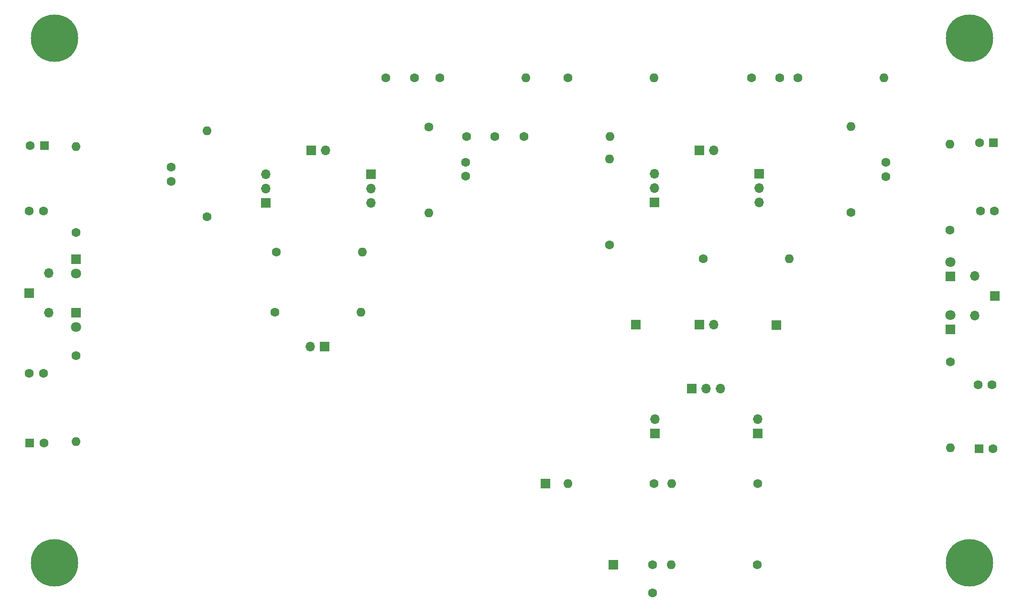
<source format=gbr>
%TF.GenerationSoftware,KiCad,Pcbnew,7.0.9*%
%TF.CreationDate,2024-02-16T00:25:04-03:00*%
%TF.ProjectId,main-board,6d61696e-2d62-46f6-9172-642e6b696361,0.1*%
%TF.SameCoordinates,Original*%
%TF.FileFunction,Soldermask,Bot*%
%TF.FilePolarity,Negative*%
%FSLAX46Y46*%
G04 Gerber Fmt 4.6, Leading zero omitted, Abs format (unit mm)*
G04 Created by KiCad (PCBNEW 7.0.9) date 2024-02-16 00:25:04*
%MOMM*%
%LPD*%
G01*
G04 APERTURE LIST*
%ADD10C,1.600000*%
%ADD11O,1.600000X1.600000*%
%ADD12R,1.800000X1.800000*%
%ADD13C,1.800000*%
%ADD14R,1.700000X1.700000*%
%ADD15O,1.700000X1.700000*%
%ADD16R,1.600000X1.600000*%
%ADD17C,8.400000*%
G04 APERTURE END LIST*
D10*
%TO.C,R2*%
X159900000Y-59000000D03*
D11*
X175140000Y-59000000D03*
%TD*%
D10*
%TO.C,C15*%
X232950000Y-82600000D03*
X235450000Y-82600000D03*
%TD*%
D12*
%TO.C,D4*%
X227632500Y-94180000D03*
D13*
X227632500Y-91640000D03*
%TD*%
D10*
%TO.C,C13*%
X232550000Y-113400000D03*
X235050000Y-113400000D03*
%TD*%
D12*
%TO.C,D1*%
X72800000Y-100620000D03*
D13*
X72800000Y-103160000D03*
%TD*%
D14*
%TO.C,SW1*%
X183225000Y-102800000D03*
D15*
X185765000Y-102800000D03*
%TD*%
D10*
%TO.C,C4*%
X192450000Y-59000000D03*
X197450000Y-59000000D03*
%TD*%
%TO.C,R4*%
X200650000Y-59000000D03*
D11*
X215890000Y-59000000D03*
%TD*%
D10*
%TO.C,R10*%
X152100000Y-69400000D03*
D11*
X167340000Y-69400000D03*
%TD*%
D10*
%TO.C,C1*%
X89675000Y-77350000D03*
X89675000Y-74850000D03*
%TD*%
D14*
%TO.C,U1*%
X106395000Y-81175000D03*
D15*
X106395000Y-78635000D03*
X106395000Y-76095000D03*
D14*
X114430000Y-71895000D03*
D15*
X116965000Y-71895000D03*
D14*
X124995000Y-76095000D03*
D15*
X124995000Y-78635000D03*
X124995000Y-81175000D03*
%TD*%
D16*
%TO.C,C14*%
X232717621Y-124800000D03*
D10*
X235217621Y-124800000D03*
%TD*%
D17*
%TO.C,H4*%
X69000000Y-52000000D03*
%TD*%
D10*
%TO.C,R8*%
X193470000Y-145350000D03*
D11*
X178230000Y-145350000D03*
%TD*%
D10*
%TO.C,C8*%
X141925000Y-69405000D03*
X146925000Y-69405000D03*
%TD*%
%TO.C,R11*%
X175120000Y-131000000D03*
D11*
X159880000Y-131000000D03*
%TD*%
D10*
%TO.C,R13*%
X167300000Y-88600000D03*
D11*
X167300000Y-73360000D03*
%TD*%
D14*
%TO.C,J5*%
X155900000Y-131000000D03*
%TD*%
D10*
%TO.C,R16*%
X72800000Y-86400000D03*
D11*
X72800000Y-71160000D03*
%TD*%
D12*
%TO.C,D3*%
X227632500Y-103640000D03*
D13*
X227632500Y-101100000D03*
%TD*%
D10*
%TO.C,C6*%
X174900000Y-145350000D03*
X174900000Y-150350000D03*
%TD*%
%TO.C,R18*%
X227600000Y-86000000D03*
D11*
X227600000Y-70760000D03*
%TD*%
D12*
%TO.C,D2*%
X72800000Y-91160000D03*
D13*
X72800000Y-93700000D03*
%TD*%
D10*
%TO.C,R5*%
X210000000Y-82870000D03*
D11*
X210000000Y-67630000D03*
%TD*%
D14*
%TO.C,C5*%
X116800000Y-106625000D03*
D15*
X114260000Y-106625000D03*
%TD*%
D14*
%TO.C,J3*%
X168000000Y-145350000D03*
%TD*%
D15*
%TO.C,J4*%
X68000000Y-100660000D03*
D14*
X64500000Y-97160000D03*
D15*
X68000000Y-93660000D03*
%TD*%
D16*
%TO.C,C10*%
X64600000Y-123800000D03*
D10*
X67100000Y-123800000D03*
%TD*%
%TO.C,C2*%
X127700000Y-59000000D03*
X132700000Y-59000000D03*
%TD*%
%TO.C,R6*%
X107980000Y-100600000D03*
D11*
X123220000Y-100600000D03*
%TD*%
D14*
%TO.C,U3*%
X175300000Y-122040000D03*
D15*
X175300000Y-119500000D03*
D14*
X181845000Y-114100000D03*
D15*
X184385000Y-114100000D03*
X186925000Y-114100000D03*
X193500000Y-119500000D03*
D14*
X193500000Y-122040000D03*
%TD*%
D10*
%TO.C,R7*%
X108280000Y-89900000D03*
D11*
X123520000Y-89900000D03*
%TD*%
D15*
%TO.C,J6*%
X232000000Y-94165000D03*
D14*
X235500000Y-97665000D03*
D15*
X232000000Y-101165000D03*
%TD*%
D10*
%TO.C,R14*%
X183900000Y-91100000D03*
D11*
X199140000Y-91100000D03*
%TD*%
D10*
%TO.C,R1*%
X137240000Y-59000000D03*
D11*
X152480000Y-59000000D03*
%TD*%
D17*
%TO.C,H1*%
X231000000Y-52000000D03*
%TD*%
D10*
%TO.C,R9*%
X193520000Y-131000000D03*
D11*
X178280000Y-131000000D03*
%TD*%
D14*
%TO.C,U2*%
X175200000Y-81125000D03*
D15*
X175200000Y-78585000D03*
X175200000Y-76045000D03*
D14*
X183235000Y-71845000D03*
D15*
X185770000Y-71845000D03*
D14*
X193800000Y-76045000D03*
D15*
X193800000Y-78585000D03*
X193800000Y-81125000D03*
%TD*%
D16*
%TO.C,C12*%
X67200000Y-71000000D03*
D10*
X64700000Y-71000000D03*
%TD*%
%TO.C,C9*%
X67000000Y-111400000D03*
X64500000Y-111400000D03*
%TD*%
%TO.C,R12*%
X135275000Y-67690000D03*
D11*
X135275000Y-82930000D03*
%TD*%
D10*
%TO.C,R3*%
X95975000Y-83620000D03*
D11*
X95975000Y-68380000D03*
%TD*%
D10*
%TO.C,C3*%
X216200000Y-76500000D03*
X216200000Y-74000000D03*
%TD*%
%TO.C,C7*%
X141800000Y-76440000D03*
X141800000Y-73940000D03*
%TD*%
D16*
%TO.C,C16*%
X235282380Y-70500000D03*
D10*
X232782380Y-70500000D03*
%TD*%
%TO.C,R15*%
X72800000Y-108300000D03*
D11*
X72800000Y-123540000D03*
%TD*%
D17*
%TO.C,H3*%
X69000000Y-145000000D03*
%TD*%
D10*
%TO.C,C11*%
X67000000Y-82600000D03*
X64500000Y-82600000D03*
%TD*%
D14*
%TO.C,J1*%
X171950000Y-102800000D03*
%TD*%
%TO.C,J2*%
X196800000Y-102850000D03*
%TD*%
D10*
%TO.C,R17*%
X227632500Y-109400000D03*
D11*
X227632500Y-124640000D03*
%TD*%
D17*
%TO.C,H2*%
X231000000Y-145000000D03*
%TD*%
M02*

</source>
